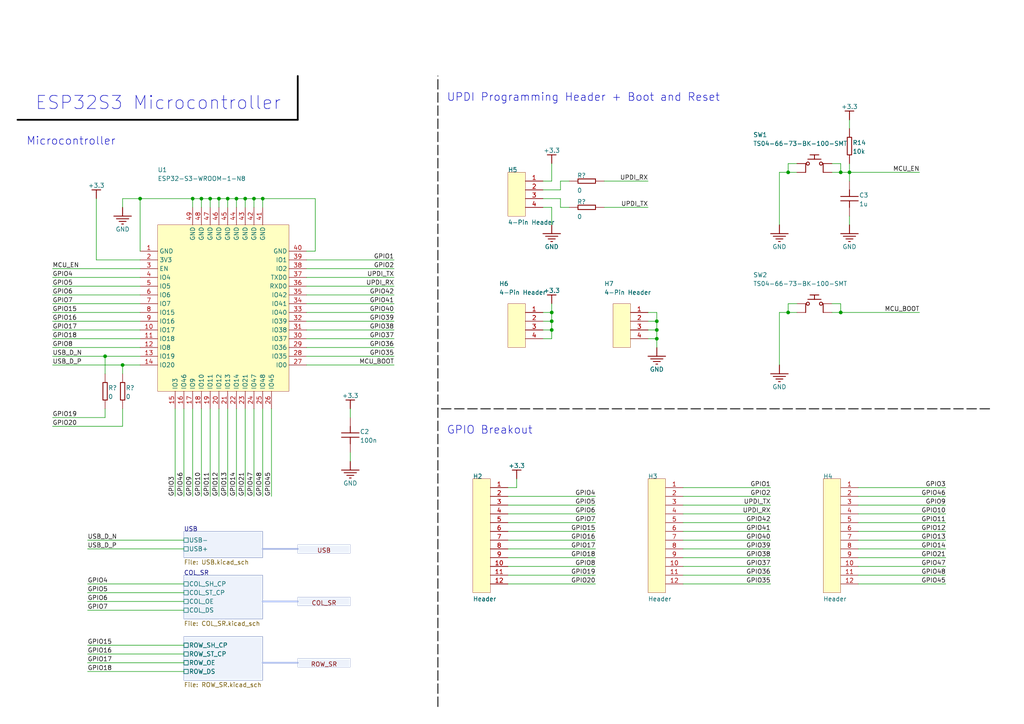
<source format=kicad_sch>
(kicad_sch (version 20231120) (generator "eeschema") (generator_version "8.0")
  (paper "A4")
  (lib_symbols
    (symbol "ESP32_LED_Matrix_Hierarchal-altium-import:+3.3_BAR" (power)
      (property "Reference" "#PWR" (at 0 0 0))
      (property "Value" "+3.3" (at 0 3.81 0))
      (symbol "+3.3_BAR_0_0"
        (polyline (pts (xy -1.27 -2.54) (xy 1.27 -2.54)) (stroke (width 0.254)))
        (polyline (pts (xy 0 0) (xy 0 -2.54)) (stroke (width 0.254)))
        (pin power_in line (at 0 0 0) (length 0) hide (name "+3.3") (number ""))
      )
    )
    (symbol "ESP32_LED_Matrix_Hierarchal-altium-import:GND_POWER_GROUND" (power)
      (property "Reference" "#PWR" (at 0 0 0))
      (property "Value" "GND" (at 0 6.35 0))
      (symbol "GND_POWER_GROUND_0_0"
        (polyline (pts (xy -2.54 -2.54) (xy 2.54 -2.54)) (stroke (width 0.254)))
        (polyline (pts (xy -1.778 -3.302) (xy 1.778 -3.302)) (stroke (width 0.254)))
        (polyline (pts (xy -1.016 -4.064) (xy 1.016 -4.064)) (stroke (width 0.254)))
        (polyline (pts (xy -0.254 -4.826) (xy 0.254 -4.826)) (stroke (width 0.254)))
        (polyline (pts (xy 0 0) (xy 0 -2.54)) (stroke (width 0.254)))
        (pin power_in line (at 0 0 0) (length 0) hide (name "GND") (number ""))
      )
    )
    (symbol "ESP32_LED_Matrix_Hierarchal-altium-import:Microcontroller_0_Capacitor - Non Polarized"
      (symbol "Microcontroller_0_Capacitor - Non Polarized_1_0"
        (polyline (pts (xy -2.54 -4.445) (xy 2.54 -4.445)) (stroke (width 0.254)))
        (polyline (pts (xy 0 -7.62) (xy 0 -5.715)) (stroke (width 0.254)))
        (polyline (pts (xy 0 -2.54) (xy 0 -4.445)) (stroke (width 0.254)))
        (polyline (pts (xy 2.54 -5.715) (xy -2.54 -5.715)) (stroke (width 0.254)))
        (pin passive line (at 0 0 270) (length 2.54) (name "") (number "1"))
        (pin passive line (at 0 -10.16 90) (length 2.54) (name "") (number "2"))
      )
    )
    (symbol "ESP32_LED_Matrix_Hierarchal-altium-import:Microcontroller_0_ESP32-S3-WROOM-1-N8"
      (symbol "Microcontroller_0_ESP32-S3-WROOM-1-N8_1_0"
        (rectangle (start 43.18 7.62) (end 5.08 -40.64) (stroke (width 0.0254) (color 128 0 0 1)) (fill (type background)))
        (pin passive line (at 0 0 0) (length 5.08) (name "GND") (number "1"))
        (pin passive line (at 0 -22.86 0) (length 5.08) (name "IO17") (number "10"))
        (pin passive line (at 0 -25.4 0) (length 5.08) (name "IO18") (number "11"))
        (pin passive line (at 0 -27.94 0) (length 5.08) (name "IO8") (number "12"))
        (pin passive line (at 0 -30.48 0) (length 5.08) (name "IO19") (number "13"))
        (pin passive line (at 0 -33.02 0) (length 5.08) (name "IO20") (number "14"))
        (pin passive line (at 10.16 -45.72 90) (length 5.08) (name "IO3") (number "15"))
        (pin passive line (at 12.7 -45.72 90) (length 5.08) (name "IO46") (number "16"))
        (pin passive line (at 15.24 -45.72 90) (length 5.08) (name "IO9") (number "17"))
        (pin passive line (at 17.78 -45.72 90) (length 5.08) (name "IO10") (number "18"))
        (pin passive line (at 20.32 -45.72 90) (length 5.08) (name "IO11") (number "19"))
        (pin passive line (at 0 -2.54 0) (length 5.08) (name "3V3") (number "2"))
        (pin passive line (at 22.86 -45.72 90) (length 5.08) (name "IO12") (number "20"))
        (pin passive line (at 25.4 -45.72 90) (length 5.08) (name "IO13") (number "21"))
        (pin passive line (at 27.94 -45.72 90) (length 5.08) (name "IO14") (number "22"))
        (pin passive line (at 30.48 -45.72 90) (length 5.08) (name "IO21") (number "23"))
        (pin passive line (at 33.02 -45.72 90) (length 5.08) (name "IO47") (number "24"))
        (pin passive line (at 35.56 -45.72 90) (length 5.08) (name "IO48") (number "25"))
        (pin passive line (at 38.1 -45.72 90) (length 5.08) (name "IO45") (number "26"))
        (pin passive line (at 48.26 -33.02 180) (length 5.08) (name "IO0") (number "27"))
        (pin passive line (at 48.26 -30.48 180) (length 5.08) (name "IO35") (number "28"))
        (pin passive line (at 48.26 -27.94 180) (length 5.08) (name "IO36") (number "29"))
        (pin passive line (at 0 -5.08 0) (length 5.08) (name "EN") (number "3"))
        (pin passive line (at 48.26 -25.4 180) (length 5.08) (name "IO37") (number "30"))
        (pin passive line (at 48.26 -22.86 180) (length 5.08) (name "IO38") (number "31"))
        (pin passive line (at 48.26 -20.32 180) (length 5.08) (name "IO39") (number "32"))
        (pin passive line (at 48.26 -17.78 180) (length 5.08) (name "IO40") (number "33"))
        (pin passive line (at 48.26 -15.24 180) (length 5.08) (name "IO41") (number "34"))
        (pin passive line (at 48.26 -12.7 180) (length 5.08) (name "IO42") (number "35"))
        (pin passive line (at 48.26 -10.16 180) (length 5.08) (name "RXD0") (number "36"))
        (pin passive line (at 48.26 -7.62 180) (length 5.08) (name "TXD0") (number "37"))
        (pin passive line (at 48.26 -5.08 180) (length 5.08) (name "IO2") (number "38"))
        (pin passive line (at 48.26 -2.54 180) (length 5.08) (name "IO1") (number "39"))
        (pin passive line (at 0 -7.62 0) (length 5.08) (name "IO4") (number "4"))
        (pin passive line (at 48.26 0 180) (length 5.08) (name "GND") (number "40"))
        (pin passive line (at 35.56 12.7 270) (length 5.08) (name "GND") (number "41"))
        (pin passive line (at 33.02 12.7 270) (length 5.08) (name "GND") (number "42"))
        (pin passive line (at 30.48 12.7 270) (length 5.08) (name "GND") (number "43"))
        (pin passive line (at 27.94 12.7 270) (length 5.08) (name "GND") (number "44"))
        (pin passive line (at 25.4 12.7 270) (length 5.08) (name "GND") (number "45"))
        (pin passive line (at 22.86 12.7 270) (length 5.08) (name "GND") (number "46"))
        (pin passive line (at 20.32 12.7 270) (length 5.08) (name "GND") (number "47"))
        (pin passive line (at 17.78 12.7 270) (length 5.08) (name "GND") (number "48"))
        (pin passive line (at 15.24 12.7 270) (length 5.08) (name "GND") (number "49"))
        (pin passive line (at 0 -10.16 0) (length 5.08) (name "IO5") (number "5"))
        (pin passive line (at 0 -12.7 0) (length 5.08) (name "IO6") (number "6"))
        (pin passive line (at 0 -15.24 0) (length 5.08) (name "IO7") (number "7"))
        (pin passive line (at 0 -17.78 0) (length 5.08) (name "IO15") (number "8"))
        (pin passive line (at 0 -20.32 0) (length 5.08) (name "IO16") (number "9"))
      )
    )
    (symbol "ESP32_LED_Matrix_Hierarchal-altium-import:Microcontroller_0_Resistor"
      (symbol "Microcontroller_0_Resistor_1_0"
        (polyline (pts (xy -0.635 -2.54) (xy 0.635 -2.54) (xy 0.635 -7.62) (xy -0.635 -7.62) (xy -0.635 -2.54)) (stroke (width 0.254)))
        (pin passive line (at 0 0 270) (length 2.54) (name "") (number "1"))
        (pin passive line (at 0 -10.16 90) (length 2.54) (name "") (number "2"))
      )
    )
    (symbol "ESP32_LED_Matrix_Hierarchal-altium-import:Microcontroller_0_TS04-66-73-BK-100-SMT"
      (symbol "Microcontroller_0_TS04-66-73-BK-100-SMT_1_0"
        (polyline (pts (xy 2.54 -2.54) (xy 2.54 0)) (stroke (width 0.254)))
        (polyline (pts (xy 3.175 1.27) (xy 6.985 1.27)) (stroke (width 0.254)))
        (polyline (pts (xy 3.81 2.54) (xy 6.35 2.54)) (stroke (width 0.254)))
        (polyline (pts (xy 5.08 1.27) (xy 5.08 2.54)) (stroke (width 0.254)))
        (polyline (pts (xy 7.62 0) (xy 7.62 -2.54)) (stroke (width 0.254)))
        (circle (center 3.175 0) (radius 0.451) (stroke (width 0.254)))
        (circle (center 6.985 0) (radius 0.451) (stroke (width 0.254)))
        (pin passive line (at 0 0 0) (length 2.54) (name "") (number "1"))
        (pin passive line (at 0 -2.54 0) (length 2.54) (name "") (number "2"))
        (pin passive line (at 10.16 0 180) (length 2.54) (name "") (number "3"))
        (pin passive line (at 10.16 -2.54 180) (length 2.54) (name "") (number "4"))
      )
    )
    (symbol "ESP32_LED_Matrix_Hierarchal-altium-import:Microcontroller_0_mirrored_12-Pin Header"
      (symbol "Microcontroller_0_mirrored_12-Pin Header_1_0"
        (rectangle (start -5.08 2.54) (end -10.16 -30.48) (stroke (width 0.0254) (color 128 0 0 1)) (fill (type background)))
        (pin passive line (at 0 0 180) (length 5.08) (name "") (number "1"))
        (pin passive line (at 0 -22.86 180) (length 5.08) (name "") (number "10"))
        (pin passive line (at 0 -25.4 180) (length 5.08) (name "") (number "11"))
        (pin passive line (at 0 -27.94 180) (length 5.08) (name "") (number "12"))
        (pin passive line (at 0 -2.54 180) (length 5.08) (name "") (number "2"))
        (pin passive line (at 0 -5.08 180) (length 5.08) (name "") (number "3"))
        (pin passive line (at 0 -7.62 180) (length 5.08) (name "") (number "4"))
        (pin passive line (at 0 -10.16 180) (length 5.08) (name "") (number "5"))
        (pin passive line (at 0 -12.7 180) (length 5.08) (name "") (number "6"))
        (pin passive line (at 0 -15.24 180) (length 5.08) (name "") (number "7"))
        (pin passive line (at 0 -17.78 180) (length 5.08) (name "") (number "8"))
        (pin passive line (at 0 -20.32 180) (length 5.08) (name "") (number "9"))
      )
    )
    (symbol "ESP32_LED_Matrix_Hierarchal-altium-import:Microcontroller_0_mirrored_4-Pin Header"
      (symbol "Microcontroller_0_mirrored_4-Pin Header_1_0"
        (rectangle (start -5.08 2.54) (end -10.16 -10.16) (stroke (width 0.0254) (color 128 0 0 1)) (fill (type background)))
        (pin passive line (at 0 0 180) (length 5.08) (name "") (number "1"))
        (pin passive line (at 0 -2.54 180) (length 5.08) (name "") (number "2"))
        (pin passive line (at 0 -5.08 180) (length 5.08) (name "") (number "3"))
        (pin passive line (at 0 -7.62 180) (length 5.08) (name "") (number "4"))
      )
    )
    (symbol "ESP32_LED_Matrix_Hierarchal-altium-import:Microcontroller_0_mirrored_Capacitor - Non Polarized"
      (symbol "Microcontroller_0_mirrored_Capacitor - Non Polarized_1_0"
        (polyline (pts (xy -2.54 -5.715) (xy 2.54 -5.715)) (stroke (width 0.254)))
        (polyline (pts (xy 0 -7.62) (xy 0 -5.715)) (stroke (width 0.254)))
        (polyline (pts (xy 0 -2.54) (xy 0 -4.445)) (stroke (width 0.254)))
        (polyline (pts (xy 2.54 -4.445) (xy -2.54 -4.445)) (stroke (width 0.254)))
        (pin passive line (at 0 0 270) (length 2.54) (name "") (number "1"))
        (pin passive line (at 0 -10.16 90) (length 2.54) (name "") (number "2"))
      )
    )
    (symbol "ESP32_LED_Matrix_Hierarchal-altium-import:Microcontroller_2_Resistor"
      (symbol "Microcontroller_2_Resistor_1_0"
        (polyline (pts (xy 0.635 2.54) (xy -0.635 2.54) (xy -0.635 7.62) (xy 0.635 7.62) (xy 0.635 2.54)) (stroke (width 0.254)))
        (pin passive line (at 0 0 90) (length 2.54) (name "") (number "1"))
        (pin passive line (at 0 10.16 270) (length 2.54) (name "") (number "2"))
      )
    )
    (symbol "ESP32_LED_Matrix_Hierarchal-altium-import:Microcontroller_3_Resistor"
      (symbol "Microcontroller_3_Resistor_1_0"
        (polyline (pts (xy -2.54 0.635) (xy -2.54 -0.635) (xy -7.62 -0.635) (xy -7.62 0.635) (xy -2.54 0.635)) (stroke (width 0.254)))
        (pin passive line (at 0 0 180) (length 2.54) (name "") (number "1"))
        (pin passive line (at -10.16 0 0) (length 2.54) (name "") (number "2"))
      )
    )
  )
  (junction (at 60.96 57.6072))
  (junction (at 71.12 57.6072))
  (junction (at 73.66 57.6072))
  (junction (at 63.5 57.6072))
  (junction (at 160.02 95.7072))
  (junction (at 190.5 93.1672))
  (junction (at 35.56 105.8672))
  (junction (at 58.42 57.6072))
  (junction (at 246.38 49.9872))
  (junction (at 160.02 90.6272))
  (junction (at 228.6 90.6272))
  (junction (at 190.5 95.7072))
  (junction (at 40.64 57.6072))
  (junction (at 76.2 57.6072))
  (junction (at 30.48 103.3272))
  (junction (at 243.84 49.9872))
  (junction (at 66.04 57.6072))
  (junction (at 160.02 93.1672))
  (junction (at 68.58 57.6072))
  (junction (at 228.6 49.9872))
  (junction (at 243.84 90.6272))
  (junction (at 190.5 98.2472))
  (junction (at 55.88 57.6072))
  (wire (pts (xy 63.5 57.6072) (xy 60.96 57.6072)))
  (wire (pts (xy 147.32 161.7472) (xy 172.72 161.7472)))
  (wire (pts (xy 160.02 90.6272) (xy 160.02 88.0872)))
  (wire (pts (xy 223.52 169.3672) (xy 198.12 169.3672)))
  (wire (pts (xy 15.24 100.7872) (xy 40.64 100.7872)))
  (wire (pts (xy 68.58 143.9672) (xy 68.58 118.5672)))
  (wire (pts (xy 198.12 146.5072) (xy 223.52 146.5072)))
  (wire (pts (xy 101.6 121.1072) (xy 101.6 118.5672)))
  (wire (pts (xy 73.66 143.9672) (xy 73.66 118.5672)))
  (wire (pts (xy 147.32 151.5872) (xy 172.72 151.5872)))
  (wire (pts (xy 157.48 93.1672) (xy 160.02 93.1672)))
  (wire (pts (xy 114.3 95.7072) (xy 88.9 95.7072)))
  (wire (pts (xy 15.24 83.0072) (xy 40.64 83.0072)))
  (wire (pts (xy 274.32 164.2872) (xy 248.92 164.2872)))
  (wire (pts (xy 91.44 57.6072) (xy 76.2 57.6072)))
  (wire (pts (xy 30.48 121.1072) (xy 30.48 118.5672)))
  (wire (pts (xy 35.56 118.5672) (xy 35.56 123.6472)))
  (wire (pts (xy 35.56 123.6472) (xy 15.24 123.6472)))
  (wire (pts (xy 63.5 60.1472) (xy 63.5 57.6072)))
  (wire (pts (xy 274.32 141.4272) (xy 248.92 141.4272)))
  (wire (pts (xy 248.92 169.3672) (xy 274.32 169.3672)))
  (wire (pts (xy 88.9 72.8472) (xy 91.44 72.8472)))
  (wire (pts (xy 190.5 95.7072) (xy 190.5 98.2472)))
  (wire (pts (xy 53.34 143.9672) (xy 53.34 118.5672)))
  (wire (pts (xy 243.84 90.6272) (xy 266.7 90.6272)))
  (wire (pts (xy 160.02 95.7072) (xy 160.02 93.1672)))
  (wire (pts (xy 157.48 52.5272) (xy 160.02 52.5272)))
  (wire (pts (xy 187.96 95.7072) (xy 190.5 95.7072)))
  (wire (pts (xy 53.34 192.2272) (xy 25.4 192.2272)))
  (wire (pts (xy 243.84 49.9872) (xy 246.38 49.9872)))
  (wire (pts (xy 149.86 141.4272) (xy 149.86 138.8872)))
  (wire (pts (xy 63.5 143.9672) (xy 63.5 118.5672)))
  (wire (pts (xy 15.24 121.1072) (xy 30.48 121.1072)))
  (wire (pts (xy 40.64 93.1672) (xy 15.24 93.1672)))
  (wire (pts (xy 91.44 72.8472) (xy 91.44 57.6072)))
  (wire (pts (xy 25.4 159.2072) (xy 53.34 159.2072)))
  (wire (pts (xy 223.52 161.7472) (xy 198.12 161.7472)))
  (wire (pts (xy 147.32 166.8272) (xy 172.72 166.8272)))
  (wire (pts (xy 40.64 57.6072) (xy 40.64 72.8472)))
  (wire (pts (xy 30.48 103.3272) (xy 15.24 103.3272)))
  (wire (pts (xy 15.24 90.6272) (xy 40.64 90.6272)))
  (wire (pts (xy 53.34 187.1472) (xy 25.4 187.1472)))
  (wire (pts (xy 243.84 90.6272) (xy 243.84 88.0872)))
  (wire (pts (xy 157.48 60.1472) (xy 160.02 60.1472)))
  (wire (pts (xy 190.5 98.2472) (xy 190.5 100.7872)))
  (polyline (pts (xy 5.08 34.7472) (xy 86.36 34.7472)) (stroke (width 0.508) (type solid) (color 0 0 0 1)))
  (wire (pts (xy 243.84 47.4472) (xy 243.84 49.9872)))
  (wire (pts (xy 53.34 176.9872) (xy 25.4 176.9872)))
  (polyline (pts (xy 86.36 34.7472) (xy 86.36 22.0472)) (stroke (width 0.508) (type solid) (color 0 0 0 1)))
  (wire (pts (xy 40.64 88.0872) (xy 15.24 88.0872)))
  (wire (pts (xy 162.56 52.5272) (xy 165.1 52.5272)))
  (wire (pts (xy 274.32 143.9672) (xy 248.92 143.9672)))
  (wire (pts (xy 114.3 75.3872) (xy 88.9 75.3872)))
  (wire (pts (xy 226.06 105.8672) (xy 226.06 90.6272)))
  (wire (pts (xy 15.24 95.7072) (xy 40.64 95.7072)))
  (wire (pts (xy 30.48 108.4072) (xy 30.48 103.3272)))
  (wire (pts (xy 60.96 118.5672) (xy 60.96 143.9672)))
  (wire (pts (xy 15.24 105.8672) (xy 35.56 105.8672)))
  (wire (pts (xy 40.64 98.2472) (xy 15.24 98.2472)))
  (wire (pts (xy 78.74 118.5672) (xy 78.74 143.9672)))
  (wire (pts (xy 53.34 156.6672) (xy 25.4 156.6672)))
  (wire (pts (xy 231.14 49.9872) (xy 228.6 49.9872)))
  (wire (pts (xy 157.48 55.0672) (xy 162.56 55.0672)))
  (wire (pts (xy 66.04 57.6072) (xy 66.04 60.1472)))
  (wire (pts (xy 53.34 171.9072) (xy 25.4 171.9072)))
  (wire (pts (xy 162.56 57.6072) (xy 162.56 60.1472)))
  (wire (pts (xy 55.88 118.5672) (xy 55.88 143.9672)))
  (wire (pts (xy 241.3 49.9872) (xy 243.84 49.9872)))
  (wire (pts (xy 114.3 77.9272) (xy 88.9 77.9272)))
  (wire (pts (xy 147.32 141.4272) (xy 149.86 141.4272)))
  (wire (pts (xy 27.94 57.6072) (xy 27.94 75.3872)))
  (wire (pts (xy 223.52 166.8272) (xy 198.12 166.8272)))
  (wire (pts (xy 71.12 57.6072) (xy 71.12 60.1472)))
  (wire (pts (xy 172.72 159.2072) (xy 147.32 159.2072)))
  (wire (pts (xy 25.4 169.3672) (xy 53.34 169.3672)))
  (wire (pts (xy 50.8 143.9672) (xy 50.8 118.5672)))
  (wire (pts (xy 226.06 90.6272) (xy 228.6 90.6272)))
  (wire (pts (xy 66.04 118.5672) (xy 66.04 143.9672)))
  (wire (pts (xy 246.38 49.9872) (xy 246.38 52.5272)))
  (polyline (pts (xy 127 204.9272) (xy 127 22.0472)) (stroke (width 0.254) (type dash) (color 0 0 0 1)))
  (wire (pts (xy 157.48 57.6072) (xy 162.56 57.6072)))
  (wire (pts (xy 160.02 52.5272) (xy 160.02 47.4472)))
  (wire (pts (xy 157.48 95.7072) (xy 160.02 95.7072)))
  (wire (pts (xy 190.5 93.1672) (xy 190.5 95.7072)))
  (wire (pts (xy 157.48 90.6272) (xy 160.02 90.6272)))
  (wire (pts (xy 58.42 60.1472) (xy 58.42 57.6072)))
  (wire (pts (xy 172.72 146.5072) (xy 147.32 146.5072)))
  (wire (pts (xy 53.34 194.7672) (xy 25.4 194.7672)))
  (wire (pts (xy 228.6 49.9872) (xy 226.06 49.9872)))
  (wire (pts (xy 243.84 88.0872) (xy 241.3 88.0872)))
  (wire (pts (xy 162.56 60.1472) (xy 165.1 60.1472)))
  (wire (pts (xy 160.02 93.1672) (xy 160.02 90.6272)))
  (wire (pts (xy 40.64 103.3272) (xy 30.48 103.3272)))
  (wire (pts (xy 160.02 60.1472) (xy 160.02 65.2272)))
  (wire (pts (xy 241.3 47.4472) (xy 243.84 47.4472)))
  (wire (pts (xy 114.3 85.5472) (xy 88.9 85.5472)))
  (wire (pts (xy 187.96 98.2472) (xy 190.5 98.2472)))
  (wire (pts (xy 40.64 77.9272) (xy 15.24 77.9272)))
  (wire (pts (xy 274.32 149.0472) (xy 248.92 149.0472)))
  (wire (pts (xy 15.24 85.5472) (xy 40.64 85.5472)))
  (wire (pts (xy 114.3 100.7872) (xy 88.9 100.7872)))
  (wire (pts (xy 88.9 98.2472) (xy 114.3 98.2472)))
  (wire (pts (xy 248.92 161.7472) (xy 274.32 161.7472)))
  (wire (pts (xy 175.26 60.1472) (xy 187.96 60.1472)))
  (wire (pts (xy 60.96 57.6072) (xy 60.96 60.1472)))
  (wire (pts (xy 76.2 118.5672) (xy 76.2 143.9672)))
  (wire (pts (xy 60.96 57.6072) (xy 58.42 57.6072)))
  (polyline (pts (xy 287.02 118.5672) (xy 127 118.5672)) (stroke (width 0.254) (type dash) (color 0 0 0 1)))
  (wire (pts (xy 88.9 90.6272) (xy 114.3 90.6272)))
  (wire (pts (xy 187.96 93.1672) (xy 190.5 93.1672)))
  (wire (pts (xy 241.3 90.6272) (xy 243.84 90.6272)))
  (wire (pts (xy 114.3 93.1672) (xy 88.9 93.1672)))
  (wire (pts (xy 190.5 90.6272) (xy 190.5 93.1672)))
  (wire (pts (xy 71.12 118.5672) (xy 71.12 143.9672)))
  (wire (pts (xy 53.34 174.4472) (xy 25.4 174.4472)))
  (wire (pts (xy 274.32 159.2072) (xy 248.92 159.2072)))
  (wire (pts (xy 162.56 55.0672) (xy 162.56 52.5272)))
  (wire (pts (xy 172.72 154.1272) (xy 147.32 154.1272)))
  (wire (pts (xy 248.92 156.6672) (xy 274.32 156.6672)))
  (wire (pts (xy 58.42 143.9672) (xy 58.42 118.5672)))
  (wire (pts (xy 274.32 154.1272) (xy 248.92 154.1272)))
  (wire (pts (xy 228.6 88.0872) (xy 228.6 90.6272)))
  (wire (pts (xy 88.9 88.0872) (xy 114.3 88.0872)))
  (wire (pts (xy 76.2 57.6072) (xy 73.66 57.6072)))
  (wire (pts (xy 76.2 57.6072) (xy 76.2 60.1472)))
  (wire (pts (xy 73.66 57.6072) (xy 71.12 57.6072)))
  (wire (pts (xy 35.56 105.8672) (xy 40.64 105.8672)))
  (wire (pts (xy 27.94 75.3872) (xy 40.64 75.3872)))
  (wire (pts (xy 246.38 65.2272) (xy 246.38 62.6872)))
  (wire (pts (xy 172.72 143.9672) (xy 147.32 143.9672)))
  (wire (pts (xy 187.96 52.5272) (xy 175.26 52.5272)))
  (wire (pts (xy 226.06 49.9872) (xy 226.06 65.2272)))
  (wire (pts (xy 40.64 57.6072) (xy 35.56 57.6072)))
  (wire (pts (xy 68.58 60.1472) (xy 68.58 57.6072)))
  (wire (pts (xy 198.12 154.1272) (xy 223.52 154.1272)))
  (wire (pts (xy 55.88 60.1472) (xy 55.88 57.6072)))
  (wire (pts (xy 228.6 90.6272) (xy 231.14 90.6272)))
  (wire (pts (xy 15.24 80.4672) (xy 40.64 80.4672)))
  (wire (pts (xy 246.38 47.4472) (xy 246.38 49.9872)))
  (wire (pts (xy 223.52 149.0472) (xy 198.12 149.0472)))
  (wire (pts (xy 223.52 151.5872) (xy 198.12 151.5872)))
  (wire (pts (xy 157.48 98.2472) (xy 160.02 98.2472)))
  (wire (pts (xy 147.32 156.6672) (xy 172.72 156.6672)))
  (wire (pts (xy 58.42 57.6072) (xy 55.88 57.6072)))
  (wire (pts (xy 172.72 164.2872) (xy 147.32 164.2872)))
  (wire (pts (xy 66.04 57.6072) (xy 63.5 57.6072)))
  (wire (pts (xy 223.52 141.4272) (xy 198.12 141.4272)))
  (wire (pts (xy 73.66 60.1472) (xy 73.66 57.6072)))
  (wire (pts (xy 114.3 103.3272) (xy 88.9 103.3272)))
  (wire (pts (xy 101.6 133.8072) (xy 101.6 131.2672)))
  (wire (pts (xy 248.92 146.5072) (xy 274.32 146.5072)))
  (wire (pts (xy 246.38 37.2872) (xy 246.38 34.7472)))
  (wire (pts (xy 68.58 57.6072) (xy 66.04 57.6072)))
  (wire (pts (xy 187.96 90.6272) (xy 190.5 90.6272)))
  (wire (pts (xy 223.52 143.9672) (xy 198.12 143.9672)))
  (wire (pts (xy 88.9 80.4672) (xy 114.3 80.4672)))
  (wire (pts (xy 88.9 105.8672) (xy 114.3 105.8672)))
  (wire (pts (xy 231.14 88.0872) (xy 228.6 88.0872)))
  (wire (pts (xy 248.92 166.8272) (xy 274.32 166.8272)))
  (wire (pts (xy 246.38 49.9872) (xy 266.7 49.9872)))
  (wire (pts (xy 172.72 169.3672) (xy 147.32 169.3672)))
  (wire (pts (xy 223.52 159.2072) (xy 198.12 159.2072)))
  (wire (pts (xy 53.34 189.6872) (xy 25.4 189.6872)))
  (wire (pts (xy 71.12 57.6072) (xy 68.58 57.6072)))
  (wire (pts (xy 228.6 47.4472) (xy 228.6 49.9872)))
  (wire (pts (xy 35.56 105.8672) (xy 35.56 108.4072)))
  (wire (pts (xy 231.14 47.4472) (xy 228.6 47.4472)))
  (wire (pts (xy 114.3 83.0072) (xy 88.9 83.0072)))
  (wire (pts (xy 198.12 164.2872) (xy 223.52 164.2872)))
  (wire (pts (xy 172.72 149.0472) (xy 147.32 149.0472)))
  (wire (pts (xy 160.02 98.2472) (xy 160.02 95.7072)))
  (wire (pts (xy 198.12 156.6672) (xy 223.52 156.6672)))
  (wire (pts (xy 35.56 57.6072) (xy 35.56 60.1472)))
  (wire (pts (xy 55.88 57.6072) (xy 40.64 57.6072)))
  (wire (pts (xy 248.92 151.5872) (xy 274.32 151.5872)))
  (polyline (pts (xy 86.36 159.2072) (xy 76.2 159.2072)) (stroke (width 0.508) (type solid) (color 173 188 231 1)))
  (polyline (pts (xy 86.36 174.4472) (xy 76.2 174.4472)) (stroke (width 0.508) (type solid) (color 173 188 231 1)))
  (polyline (pts (xy 86.36 192.2272) (xy 76.2 192.2272)) (stroke (width 0.508) (type solid) (color 173 188 231 1)))
  (text_box "ROW_SR" (at 86.36 190.9572 0) (size 15.24 2.54) (stroke (width 0.0002) (color 143 158 201 1)) (fill (type color) (color 237 242 251 1)) (effects (font (size 1.27 1.27)) (justify top)))
  (text_box "COL_SR" (at 86.36 173.1772 0) (size 15.24 2.54) (stroke (width 0.0002) (color 143 158 201 1)) (fill (type color) (color 237 242 251 1)) (effects (font (size 1.27 1.27)) (justify top)))
  (text_box "USB" (at 86.36 157.9372 0) (size 15.24 2.54) (stroke (width 0.0002) (color 143 158 201 1)) (fill (type color) (color 237 242 251 1)) (effects (font (size 1.27 1.27)) (justify top)))
  (text "ESP32S3 Microcontroller" (at 10.16 32.2072 0) (effects (font (size 3.81 3.81)) (justify left bottom)))
  (text "GPIO Breakout" (at 129.54 126.1872 0) (effects (font (size 2.286 2.286)) (justify left bottom)))
  (text "UPDI Programming Header + Boot and Reset" (at 129.54 29.6672 0) (effects (font (size 2.286 2.286)) (justify left bottom)))
  (text "Microcontroller" (at 7.62 42.3672 0) (effects (font (size 2.286 2.286)) (justify left bottom)))
  (label "UPDI_TX" (at 223.52 146.5072 180))
  (label "GPIO36" (at 223.52 166.8272 180))
  (label "GPIO11" (at 274.32 151.5872 180))
  (label "GPIO2" (at 114.3 77.9272 180))
  (label "MCU_EN" (at 266.7 49.9872 180))
  (label "GPIO42" (at 114.3 85.5472 180))
  (label "GPIO38" (at 223.52 161.7472 180))
  (label "GPIO45" (at 78.74 143.9672 90))
  (label "GPIO35" (at 114.3 103.3272 180))
  (label "GPIO19" (at 172.72 166.8272 180))
  (label "GPIO1" (at 114.3 75.3872 180))
  (label "GPIO1" (at 223.52 141.4272 180))
  (label "GPIO9" (at 274.32 146.5072 180))
  (label "GPIO14" (at 274.32 159.2072 180))
  (label "GPIO42" (at 223.52 151.5872 180))
  (label "GPIO16" (at 15.24 93.1672 0))
  (label "GPIO7" (at 25.4 176.9872 0))
  (label "GPIO15" (at 25.4 187.1472 0))
  (label "GPIO8" (at 172.72 164.2872 180))
  (label "GPIO37" (at 223.52 164.2872 180))
  (label "GPIO10" (at 58.42 143.9672 90))
  (label "GPIO16" (at 25.4 189.6872 0))
  (label "UPDI_TX" (at 187.96 60.1472 180))
  (label "GPIO21" (at 274.32 161.7472 180))
  (label "GPIO18" (at 25.4 194.7672 0))
  (label "GPIO20" (at 15.24 123.6472 0))
  (label "GPIO15" (at 172.72 154.1272 180))
  (label "USB_D_P" (at 15.24 105.8672 0))
  (label "GPIO36" (at 114.3 100.7872 180))
  (label "GPIO20" (at 172.72 169.3672 180))
  (label "GPIO37" (at 114.3 98.2472 180))
  (label "GPIO5" (at 172.72 146.5072 180))
  (label "MCU_EN" (at 15.24 77.9272 0))
  (label "GPIO39" (at 114.3 93.1672 180))
  (label "USB_D_N" (at 25.4 156.6672 0))
  (label "UPDI_RX" (at 187.96 52.5272 180))
  (label "GPIO47" (at 274.32 164.2872 180))
  (label "GPIO8" (at 15.24 100.7872 0))
  (label "GPIO21" (at 71.12 143.9672 90))
  (label "GPIO48" (at 76.2 143.9672 90))
  (label "GPIO4" (at 25.4 169.3672 0))
  (label "USB_D_P" (at 25.4 159.2072 0))
  (label "GPIO18" (at 172.72 161.7472 180))
  (label "GPIO40" (at 223.52 156.6672 180))
  (label "GPIO17" (at 15.24 95.7072 0))
  (label "GPIO16" (at 172.72 156.6672 180))
  (label "GPIO19" (at 15.24 121.1072 0))
  (label "GPIO12" (at 63.5 143.9672 90))
  (label "GPIO4" (at 172.72 143.9672 180))
  (label "GPIO46" (at 274.32 143.9672 180))
  (label "GPIO7" (at 15.24 88.0872 0))
  (label "GPIO17" (at 172.72 159.2072 180))
  (label "GPIO17" (at 25.4 192.2272 0))
  (label "GPIO4" (at 15.24 80.4672 0))
  (label "GPIO13" (at 274.32 156.6672 180))
  (label "GPIO47" (at 73.66 143.9672 90))
  (label "UPDI_TX" (at 114.3 80.4672 180))
  (label "GPIO6" (at 15.24 85.5472 0))
  (label "GPIO12" (at 274.32 154.1272 180))
  (label "GPIO41" (at 114.3 88.0872 180))
  (label "MCU_BOOT" (at 114.3 105.8672 180))
  (label "USB_D_N" (at 15.24 103.3272 0))
  (label "GPIO18" (at 15.24 98.2472 0))
  (label "GPIO9" (at 55.88 143.9672 90))
  (label "GPIO39" (at 223.52 159.2072 180))
  (label "GPIO15" (at 15.24 90.6272 0))
  (label "GPIO38" (at 114.3 95.7072 180))
  (label "GPIO14" (at 68.58 143.9672 90))
  (label "UPDI_RX" (at 114.3 83.0072 180))
  (label "GPIO7" (at 172.72 151.5872 180))
  (label "GPIO46" (at 53.34 143.9672 90))
  (label "GPIO2" (at 223.52 143.9672 180))
  (label "UPDI_RX" (at 223.52 149.0472 180))
  (label "GPIO35" (at 223.52 169.3672 180))
  (label "GPIO5" (at 25.4 171.9072 0))
  (label "GPIO48" (at 274.32 166.8272 180))
  (label "GPIO3" (at 274.32 141.4272 180))
  (label "GPIO41" (at 223.52 154.1272 180))
  (label "GPIO3" (at 50.8 143.9672 90))
  (label "GPIO13" (at 66.04 143.9672 90))
  (label "GPIO6" (at 172.72 149.0472 180))
  (label "GPIO40" (at 114.3 90.6272 180))
  (label "GPIO10" (at 274.32 149.0472 180))
  (label "GPIO6" (at 25.4 174.4472 0))
  (label "MCU_BOOT" (at 266.7 90.6272 180))
  (label "GPIO5" (at 15.24 83.0072 0))
  (label "GPIO11" (at 60.96 143.9672 90))
  (label "GPIO45" (at 274.32 169.3672 180))
  (symbol (lib_id "ESP32_LED_Matrix_Hierarchal-altium-import:Microcontroller_3_Resistor") (at 175.26 52.5272 0) (unit 1)
    (property "Reference" "R?" (at 167.386 51.6382 0) (effects (justify left bottom)))
    (property "Value" "0" (at 167.386 55.9562 0) (effects (justify left bottom)))
    (property "Footprint" "RESC0805" (effects (hide yes)))
    (property "Description" "Resistor" (effects (hide yes)))
  )
  (symbol (lib_id "ESP32_LED_Matrix_Hierarchal-altium-import:Microcontroller_0_TS04-66-73-BK-100-SMT") (at 231.14 47.4472 0) (unit 1)
    (property "Reference" "SW1" (at 218.44 39.8272 0) (effects (justify left bottom)))
    (property "Value" "TS04-66-73-BK-100-SMT" (at 218.44 42.3672 0) (effects (justify left bottom)))
    (property "Footprint" "Tactile Button 6.0mm x 6.0mm" (effects (hide yes)))
    (property "Description" "Switch" (effects (hide yes)))
    (property "DATASHEET LINK" "https://www.sameskydevices.com/product/resource/supplyframepdf/ts04.pdf" (effects (hide yes)))
    (property "HEIGHT" "7.6mm" (effects (hide yes)))
    (property "MANUFACTURER_NAME" "Same Sky" (effects (hide yes)))
    (property "MANUFACTURER_PART_NUMBER" "TS04-66-73-BK-100-SMT" (effects (hide yes)))
    (property "MOUSER PART NUMBER" "179-TS046673BK100SMT" (effects (hide yes)))
    (property "MOUSER PRICE/STOCK" "https://www.mouser.co.uk/ProductDetail/Same-Sky/TS04-66-73-BK-100-SMT?qs=A6eO%252BMLsxmRAmp3wqRUzZw%3D%3D" (effects (hide yes)))
    (property "ARROW PART NUMBER" "TS04-66-73-BK-100-SMT" (effects (hide yes)))
    (property "ARROW PRICE/STOCK" "https://www.arrow.com/en/products/ts04-66-73-bk-100-smt/cui-devices?utm_currency=USD&region=nac" (effects (hide yes)))
  )
  (symbol (lib_id "ESP32_LED_Matrix_Hierarchal-altium-import:Microcontroller_0_mirrored_12-Pin Header") (at 147.32 141.4272 0) (unit 1)
    (property "Reference" "H2" (at 137.16 138.8872 0) (effects (justify left bottom)))
    (property "Value" "Header" (at 137.16 174.4472 0) (effects (justify left bottom)))
    (property "Footprint" "Header_1X12" (effects (hide yes)))
    (property "Description" "12-Pin Header" (effects (hide yes)))
  )
  (symbol (lib_id "ESP32_LED_Matrix_Hierarchal-altium-import:Microcontroller_0_mirrored_Capacitor - Non Polarized") (at 246.38 52.5272 0) (unit 1)
    (property "Reference" "C3" (at 249.174 57.3532 0) (effects (justify left bottom)))
    (property "Value" "1u" (at 249.174 59.8932 0) (effects (justify left bottom)))
    (property "Footprint" "CAP0805" (effects (hide yes)))
    (property "Description" "Non Polarized Capacitor" (effects (hide yes)))
  )
  (symbol (lib_id "ESP32_LED_Matrix_Hierarchal-altium-import:+3.3_BAR") (at 160.02 88.0872 180) (unit 1)
    (property "Reference" "#PWR?" (effects (hide yes)))
    (property "Value" "+3.3" (at 160.02 84.2772 0))
  )
  (symbol (lib_id "ESP32_LED_Matrix_Hierarchal-altium-import:GND_POWER_GROUND") (at 246.38 65.2272 0) (unit 1)
    (property "Reference" "#PWR?" (effects (hide yes)))
    (property "Value" "GND" (at 246.38 71.5772 0))
  )
  (symbol (lib_id "ESP32_LED_Matrix_Hierarchal-altium-import:Microcontroller_2_Resistor") (at 30.48 118.5672 0) (unit 1)
    (property "Reference" "R?" (at 31.369 113.2332 0) (effects (justify left bottom)))
    (property "Value" "0" (at 31.369 115.7732 0) (effects (justify left bottom)))
    (property "Footprint" "RESC0805" (effects (hide yes)))
    (property "Description" "Resistor" (effects (hide yes)))
  )
  (symbol (lib_id "ESP32_LED_Matrix_Hierarchal-altium-import:Microcontroller_2_Resistor") (at 35.56 118.5672 0) (unit 1)
    (property "Reference" "R?" (at 36.449 113.2332 0) (effects (justify left bottom)))
    (property "Value" "0" (at 36.449 115.7732 0) (effects (justify left bottom)))
    (property "Footprint" "RESC0805" (effects (hide yes)))
    (property "Description" "Resistor" (effects (hide yes)))
  )
  (symbol (lib_id "ESP32_LED_Matrix_Hierarchal-altium-import:Microcontroller_0_Capacitor - Non Polarized") (at 101.6 121.1072 0) (unit 1)
    (property "Reference" "C2" (at 104.394 125.9332 0) (effects (justify left bottom)))
    (property "Value" "100n" (at 104.394 128.4732 0) (effects (justify left bottom)))
    (property "Footprint" "CAP0805" (effects (hide yes)))
    (property "Description" "Non Polarized Capacitor" (effects (hide yes)))
  )
  (symbol (lib_id "ESP32_LED_Matrix_Hierarchal-altium-import:Microcontroller_0_mirrored_4-Pin Header") (at 157.48 90.6272 0) (unit 1)
    (property "Reference" "H6" (at 144.78 83.0072 0) (effects (justify left bottom)))
    (property "Value" "4-Pin Header" (at 144.78 85.5472 0) (effects (justify left bottom)))
    (property "Footprint" "Header_1X4" (effects (hide yes)))
    (property "Description" "4-Pin Header" (effects (hide yes)))
  )
  (symbol (lib_id "ESP32_LED_Matrix_Hierarchal-altium-import:GND_POWER_GROUND") (at 190.5 100.7872 0) (unit 1)
    (property "Reference" "#PWR?" (effects (hide yes)))
    (property "Value" "GND" (at 190.5 107.1372 0))
  )
  (symbol (lib_id "ESP32_LED_Matrix_Hierarchal-altium-import:Microcontroller_3_Resistor") (at 175.26 60.1472 0) (unit 1)
    (property "Reference" "R?" (at 167.386 59.2582 0) (effects (justify left bottom)))
    (property "Value" "0" (at 167.386 63.5762 0) (effects (justify left bottom)))
    (property "Footprint" "RESC0805" (effects (hide yes)))
    (property "Description" "Resistor" (effects (hide yes)))
  )
  (symbol (lib_id "ESP32_LED_Matrix_Hierarchal-altium-import:Microcontroller_0_TS04-66-73-BK-100-SMT") (at 231.14 88.0872 0) (unit 1)
    (property "Reference" "SW2" (at 218.44 80.4672 0) (effects (justify left bottom)))
    (property "Value" "TS04-66-73-BK-100-SMT" (at 218.44 83.0072 0) (effects (justify left bottom)))
    (property "Footprint" "Tactile Button 6.0mm x 6.0mm" (effects (hide yes)))
    (property "Description" "Switch" (effects (hide yes)))
    (property "DATASHEET LINK" "https://www.sameskydevices.com/product/resource/supplyframepdf/ts04.pdf" (effects (hide yes)))
    (property "HEIGHT" "7.6mm" (effects (hide yes)))
    (property "MANUFACTURER_NAME" "Same Sky" (effects (hide yes)))
    (property "MANUFACTURER_PART_NUMBER" "TS04-66-73-BK-100-SMT" (effects (hide yes)))
    (property "MOUSER PART NUMBER" "179-TS046673BK100SMT" (effects (hide yes)))
    (property "MOUSER PRICE/STOCK" "https://www.mouser.co.uk/ProductDetail/Same-Sky/TS04-66-73-BK-100-SMT?qs=A6eO%252BMLsxmRAmp3wqRUzZw%3D%3D" (effects (hide yes)))
    (property "ARROW PART NUMBER" "TS04-66-73-BK-100-SMT" (effects (hide yes)))
    (property "ARROW PRICE/STOCK" "https://www.arrow.com/en/products/ts04-66-73-bk-100-smt/cui-devices?utm_currency=USD&region=nac" (effects (hide yes)))
  )
  (symbol (lib_id "ESP32_LED_Matrix_Hierarchal-altium-import:Microcontroller_0_mirrored_12-Pin Header") (at 198.12 141.4272 0) (unit 1)
    (property "Reference" "H3" (at 187.96 138.8872 0) (effects (justify left bottom)))
    (property "Value" "Header" (at 187.96 174.4472 0) (effects (justify left bottom)))
    (property "Footprint" "Header_1X12" (effects (hide yes)))
    (property "Description" "12-Pin Header" (effects (hide yes)))
  )
  (symbol (lib_id "ESP32_LED_Matrix_Hierarchal-altium-import:Microcontroller_0_mirrored_4-Pin Header") (at 187.96 90.6272 0) (unit 1)
    (property "Reference" "H7" (at 175.26 83.0072 0) (effects (justify left bottom)))
    (property "Value" "4-Pin Header" (at 175.26 85.5472 0) (effects (justify left bottom)))
    (property "Footprint" "Header_1X4" (effects (hide yes)))
    (property "Description" "4-Pin Header" (effects (hide yes)))
  )
  (symbol (lib_id "ESP32_LED_Matrix_Hierarchal-altium-import:+3.3_BAR") (at 101.6 118.5672 180) (unit 1)
    (property "Reference" "#PWR?" (effects (hide yes)))
    (property "Value" "+3.3" (at 101.6 114.7572 0))
  )
  (symbol (lib_id "ESP32_LED_Matrix_Hierarchal-altium-import:GND_POWER_GROUND") (at 226.06 65.2272 0) (unit 1)
    (property "Reference" "#PWR?" (effects (hide yes)))
    (property "Value" "GND" (at 226.06 71.5772 0))
  )
  (symbol (lib_id "ESP32_LED_Matrix_Hierarchal-altium-import:GND_POWER_GROUND") (at 101.6 133.8072 0) (unit 1)
    (property "Reference" "#PWR?" (effects (hide yes)))
    (property "Value" "GND" (at 101.6 140.1572 0))
  )
  (symbol (lib_id "ESP32_LED_Matrix_Hierarchal-altium-import:Microcontroller_0_mirrored_4-Pin Header") (at 157.48 52.5272 0) (unit 1)
    (property "Reference" "H5" (at 147.32 49.9872 0) (effects (justify left bottom)))
    (property "Value" "4-Pin Header" (at 147.32 65.2272 0) (effects (justify left bottom)))
    (property "Footprint" "Header_1X4" (effects (hide yes)))
    (property "Description" "4-Pin Header" (effects (hide yes)))
  )
  (symbol (lib_id "ESP32_LED_Matrix_Hierarchal-altium-import:+3.3_BAR") (at 160.02 47.4472 180) (unit 1)
    (property "Reference" "#PWR?" (effects (hide yes)))
    (property "Value" "+3.3" (at 160.02 43.6372 0))
  )
  (symbol (lib_id "ESP32_LED_Matrix_Hierarchal-altium-import:+3.3_BAR") (at 27.94 57.6072 180) (unit 1)
    (property "Reference" "#PWR?" (effects (hide yes)))
    (property "Value" "+3.3" (at 27.94 53.7972 0))
  )
  (symbol (lib_id "ESP32_LED_Matrix_Hierarchal-altium-import:+3.3_BAR") (at 149.86 138.8872 180) (unit 1)
    (property "Reference" "#PWR?" (effects (hide yes)))
    (property "Value" "+3.3" (at 149.86 135.0772 0))
  )
  (symbol (lib_id "ESP32_LED_Matrix_Hierarchal-altium-import:+3.3_BAR") (at 246.38 34.7472 180) (unit 1)
    (property "Reference" "#PWR?" (effects (hide yes)))
    (property "Value" "+3.3" (at 246.38 30.9372 0))
  )
  (symbol (lib_id "ESP32_LED_Matrix_Hierarchal-altium-import:Microcontroller_0_ESP32-S3-WROOM-1-N8") (at 40.64 72.8472 0) (unit 1)
    (property "Reference" "U1" (at 45.72 49.9872 0) (effects (justify left bottom)))
    (property "Value" "ESP32-S3-WROOM-1-N8" (at 45.72 52.5272 0) (effects (justify left bottom)))
    (property "Footprint" "ESP32-S3-WROOM-1-N8" (effects (hide yes)))
    (property "Description" "ESP32 Microcontroller with Bluetooth and Wifi" (effects (hide yes)))
  )
  (symbol (lib_id "ESP32_LED_Matrix_Hierarchal-altium-import:Microcontroller_0_mirrored_12-Pin Header") (at 248.92 141.4272 0) (unit 1)
    (property "Reference" "H4" (at 238.76 138.8872 0) (effects (justify left bottom)))
    (property "Value" "Header" (at 238.76 174.4472 0) (effects (justify left bottom)))
    (property "Footprint" "Header_1X12" (effects (hide yes)))
    (property "Description" "12-Pin Header" (effects (hide yes)))
  )
  (symbol (lib_id "ESP32_LED_Matrix_Hierarchal-altium-import:Microcontroller_0_Resistor") (at 246.38 37.2872 0) (unit 1)
    (property "Reference" "R14" (at 247.269 42.1132 0) (effects (justify left bottom)))
    (property "Value" "10k" (at 247.269 44.6532 0) (effects (justify left bottom)))
    (property "Footprint" "RESC0805" (effects (hide yes)))
    (property "Description" "Resistor" (effects (hide yes)))
  )
  (symbol (lib_id "ESP32_LED_Matrix_Hierarchal-altium-import:GND_POWER_GROUND") (at 226.06 105.8672 0) (unit 1)
    (property "Reference" "#PWR?" (effects (hide yes)))
    (property "Value" "GND" (at 226.06 112.2172 0))
  )
  (symbol (lib_id "ESP32_LED_Matrix_Hierarchal-altium-import:GND_POWER_GROUND") (at 35.56 60.1472 0) (unit 1)
    (property "Reference" "#PWR?" (effects (hide yes)))
    (property "Value" "GND" (at 35.56 66.4972 0))
  )
  (symbol (lib_id "ESP32_LED_Matrix_Hierarchal-altium-import:GND_POWER_GROUND") (at 160.02 65.2272 0) (unit 1)
    (property "Reference" "#PWR?" (effects (hide yes)))
    (property "Value" "GND" (at 160.02 71.5772 0))
  )
  (sheet (at 53.34 166.8272) (size 22.86 12.7) (stroke (width 0) (color 143 158 201 1)) (fill (color 237 242 251 1.0000))
    (property "Sheetname" "COL_SR" (at 53.34 166.8272 0) (effects (justify left bottom)))
    (property "Sheetfile" "COL_SR.kicad_sch" (at 53.34 180.1118 0) (effects (justify left top)))
    (pin "COL_SH_CP" passive (at 53.34 169.3672 180))
    (pin "COL_ST_CP" passive (at 53.34 171.9072 180))
    (pin "COL_OE" passive (at 53.34 174.4472 180))
    (pin "COL_DS" passive (at 53.34 176.9872 180))
  )
  (sheet (at 53.34 154.1272) (size 22.86 7.62) (stroke (width 0) (color 143 158 201 1)) (fill (color 237 242 251 1.0000))
    (property "Sheetname" "USB" (at 53.34 154.1272 0) (effects (justify left bottom)))
    (property "Sheetfile" "USB.kicad_sch" (at 53.34 162.3318 0) (effects (justify left top)))
    (pin "USB-" passive (at 53.34 156.6672 180))
    (pin "USB+" passive (at 53.34 159.2072 180))
  )
  (sheet (at 53.34 184.6072) (size 22.86 12.7) (stroke (width 0) (color 143 158 201 1)) (fill (color 237 242 251 1.0000))
    (property "Sheetname" "ROW_SR" (at 43.18 236.0422 0) (effects (justify left bottom)))
    (property "Sheetfile" "ROW_SR.kicad_sch" (at 53.34 197.8918 0) (effects (justify left top)))
    (pin "ROW_SH_CP" passive (at 53.34 187.1472 180))
    (pin "ROW_ST_CP" passive (at 53.34 189.6872 180))
    (pin "ROW_OE" passive (at 53.34 192.2272 180))
    (pin "ROW_DS" passive (at 53.34 194.7672 180))
    (pin "ROW_SH_CP" passive (at 53.34 187.1472 180))
    (pin "ROW_ST_CP" passive (at 53.34 189.6872 180))
    (pin "ROW_OE" passive (at 53.34 192.2272 180))
    (pin "ROW_DS" passive (at 53.34 194.7672 180))
  )
)
</source>
